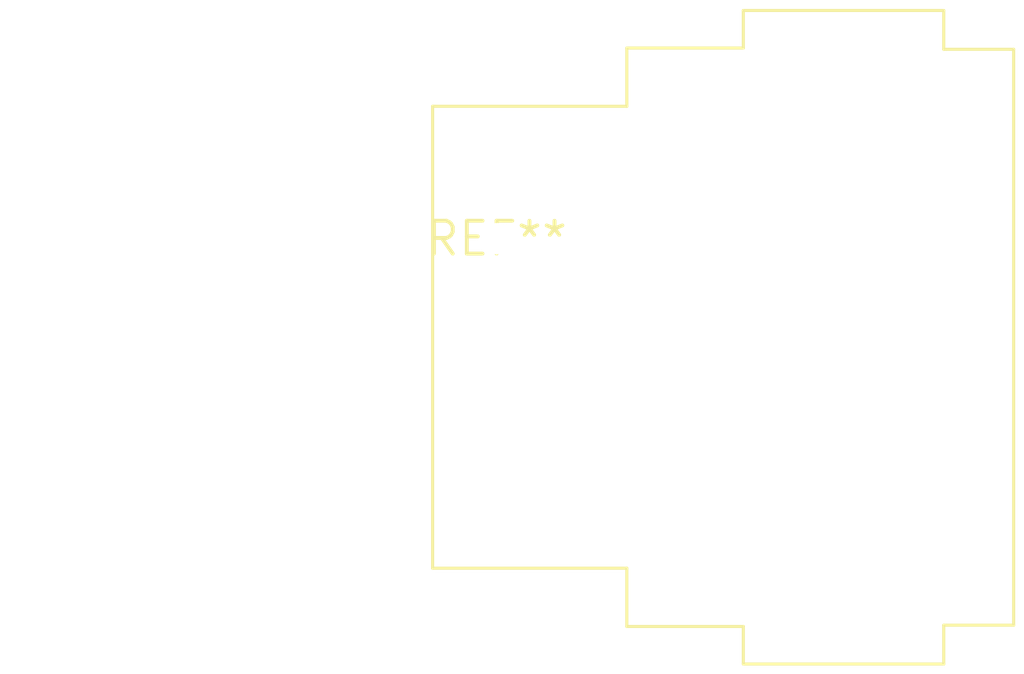
<source format=kicad_pcb>
(kicad_pcb (version 20240108) (generator pcbnew)
  (layers (0 "F.Cu" signal) (31 "B.Cu" signal) (34 "B.Paste" user) (35 "F.Paste" user) (36 "B.SilkS" user "B.Silkscreen") (37 "F.SilkS" user "F.Silkscreen") (38 "B.Mask" user) (39 "F.Mask" user) (44 "Edge.Cuts" user))
  (net 0 "")
  (footprint "Jack_XLR_Neutrik_NC4FAH-0_Horizontal" (layer "F.Cu") (at 0 0)
    (property "Reference" "REF**")
    (property "Value" "Jack_XLR_Neutrik_NC4FAH-0_Horizontal")
    (fp_line (start -2.47 -5.11) (end -2.47 12.73) (layer "F.SilkS") (stroke (width 0.12)))
    (fp_line (start 5.03 -5.11) (end -2.47 -5.11) (layer "F.SilkS") (stroke (width 0.12)))
    (fp_line (start 5.03 -5.11) (end 5.03 -7.36) (layer "F.SilkS") (stroke (width 0.12)))
    (fp_line (start 5.03 12.73) (end -2.47 12.73) (layer "F.SilkS") (stroke (width 0.12)))
    (fp_line (start 5.03 12.73) (end 5.03 14.98) (layer "F.SilkS") (stroke (width 0.12)))
    (fp_line (start 9.53 -7.36) (end 5.03 -7.36) (layer "F.SilkS") (stroke (width 0.12)))
    (fp_line (start 9.53 -7.36) (end 9.53 -8.81) (layer "F.SilkS") (stroke (width 0.12)))
    (fp_line (start 9.53 14.98) (end 5.03 14.98) (layer "F.SilkS") (stroke (width 0.12)))
    (fp_line (start 9.53 16.43) (end 9.53 14.98) (layer "F.SilkS") (stroke (width 0.12)))
    (fp_line (start 17.27 -8.81) (end 9.53 -8.81) (layer "F.SilkS") (stroke (width 0.12)))
    (fp_line (start 17.27 -8.81) (end 17.27 -7.31) (layer "F.SilkS") (stroke (width 0.12)))
    (fp_line (start 17.27 -7.31) (end 19.97 -7.31) (layer "F.SilkS") (stroke (width 0.12)))
    (fp_line (start 17.27 14.93) (end 17.27 16.43) (layer "F.SilkS") (stroke (width 0.12)))
    (fp_line (start 17.27 14.93) (end 19.97 14.93) (layer "F.SilkS") (stroke (width 0.12)))
    (fp_line (start 17.27 16.43) (end 9.53 16.43) (layer "F.SilkS") (stroke (width 0.12)))
    (fp_line (start 19.97 -7.31) (end 19.97 14.93) (layer "F.SilkS") (stroke (width 0.12)))
    (pad "" np_thru_hole circle (at 8.26 7.62) (size 1.6 1.6) (drill 1.6) (layers *.Cu *.Mask))
    (pad "" np_thru_hole circle (at 13.34 0) (size 1.6 1.6) (drill 1.6) (layers *.Cu *.Mask))
    (pad "1" thru_hole circle (at 0 0) (size 2.9 2.9) (drill 1.2) (layers *.Cu *.Mask) (remove_unused_layers))
    (pad "2" thru_hole circle (at 3.815 0) (size 3.4 3.4) (drill 1.6) (layers *.Cu *.Mask) (remove_unused_layers))
    (pad "3" thru_hole circle (at 3.815 7.62) (size 3.4 3.4) (drill 1.6) (layers *.Cu *.Mask) (remove_unused_layers))
    (pad "4" thru_hole circle (at 0 7.62) (size 2.9 2.9) (drill 1.2) (layers *.Cu *.Mask) (remove_unused_layers))
    (pad "G" thru_hole circle (at 10.17 -4.44) (size 2.9 2.9) (drill 1.2) (layers *.Cu *.Mask) (remove_unused_layers))
  )
)
</source>
